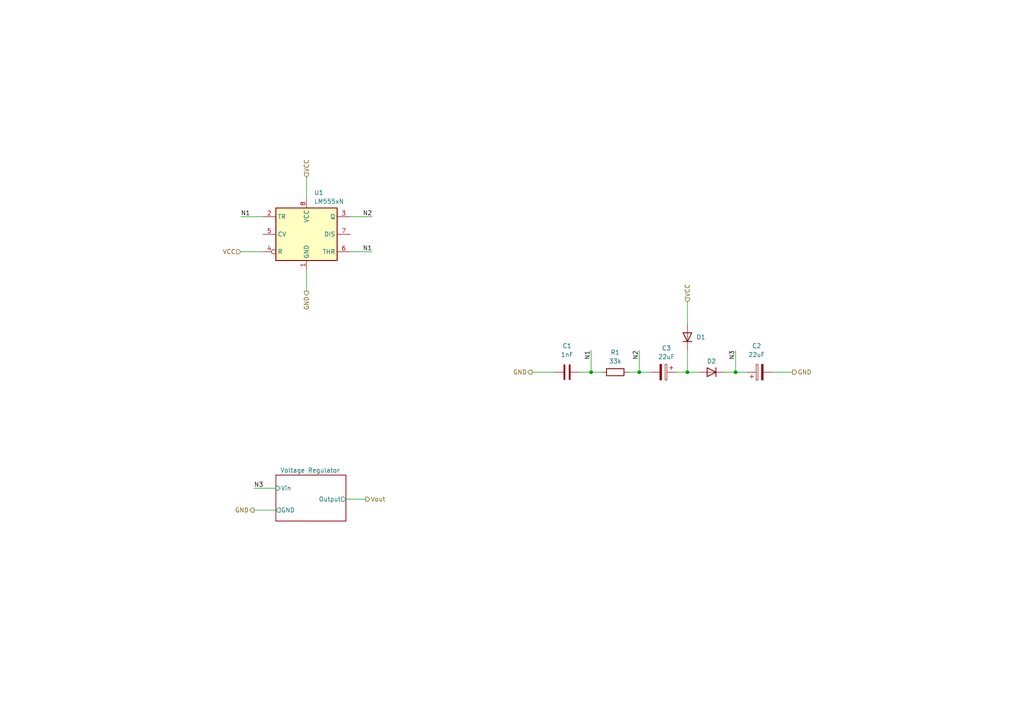
<source format=kicad_sch>
(kicad_sch (version 20230121) (generator eeschema)
  (paper "A4")
  (title_block (title "DC-DC Voltage Doubler") (date "2023-12-04") (rev "3") (company "LAMP Lab") (comment 1 "Josue Cavazos Jr."))
  (lib_symbols
    (symbol "Device:C" (pin_numbers hide) (pin_names (offset 0.254))
      (property "Reference" "C" (at 0.635 2.54 0))
      (property "Value" "C" (at 0.635 -2.54 0))
      (symbol "C_0_1"
        (polyline (pts (xy -2.032 -0.762) (xy 2.032 -0.762)) (stroke (width 0.508)))
        (polyline (pts (xy -2.032 0.762) (xy 2.032 0.762)) (stroke (width 0.508)))
      )
      (symbol "C_1_1"
        (pin passive line (at 0 3.81 270) (length 2.794) (name "~") (number "1"))
        (pin passive line (at 0 -3.81 90) (length 2.794) (name "~") (number "2"))
      )
    )
    (symbol "Device:C_Polarized" (pin_numbers hide) (pin_names (offset 0.254))
      (property "Reference" "C" (at 0.635 2.54 0))
      (property "Value" "C_Polarized" (at 0.635 -2.54 0))
      (symbol "C_Polarized_0_1"
        (rectangle (start -2.286 0.508) (end 2.286 1.016))
        (polyline (pts (xy -1.778 2.286) (xy -0.762 2.286)))
        (polyline (pts (xy -1.27 2.794) (xy -1.27 1.778)))
        (rectangle (start 2.286 -0.508) (end -2.286 -1.016) (fill (type outline)))
      )
      (symbol "C_Polarized_1_1"
        (pin passive line (at 0 3.81 270) (length 2.794) (name "~") (number "1"))
        (pin passive line (at 0 -3.81 90) (length 2.794) (name "~") (number "2"))
      )
    )
    (symbol "Device:R" (pin_numbers hide) (pin_names (offset 0))
      (property "Reference" "R" (at 2.032 0 90))
      (property "Value" "R" (at 0 0 90))
      (symbol "R_0_1"
        (rectangle (start -1.016 -2.54) (end 1.016 2.54) (stroke (width 0.254)))
      )
      (symbol "R_1_1"
        (pin passive line (at 0 3.81 270) (length 1.27) (name "~") (number "1"))
        (pin passive line (at 0 -3.81 90) (length 1.27) (name "~") (number "2"))
      )
    )
    (symbol "Diode:1N4001" (pin_numbers hide) (pin_names hide)
      (property "Reference" "D" (at 0 2.54 0))
      (property "Value" "1N4001" (at 0 -2.54 0))
      (symbol "1N4001_0_1"
        (polyline (pts (xy -1.27 1.27) (xy -1.27 -1.27)) (stroke (width 0.254)))
        (polyline (pts (xy 1.27 0) (xy -1.27 0)))
        (polyline (pts (xy 1.27 1.27) (xy 1.27 -1.27) (xy -1.27 0) (xy 1.27 1.27)) (stroke (width 0.254)))
      )
      (symbol "1N4001_1_1"
        (pin passive line (at -3.81 0 0) (length 2.54) (name "K") (number "1"))
        (pin passive line (at 3.81 0 180) (length 2.54) (name "A") (number "2"))
      )
    )
    (symbol "Timer:LM555xN"
      (property "Reference" "U" (at -10.16 8.89 0))
      (property "Value" "LM555xN" (at 2.54 8.89 0))
      (symbol "LM555xN_0_0"
        (pin power_in line (at 0 -10.16 90) (length 2.54) (name "GND") (number "1"))
        (pin power_in line (at 0 10.16 270) (length 2.54) (name "VCC") (number "8"))
      )
      (symbol "LM555xN_0_1"
        (rectangle (start -8.89 -7.62) (end 8.89 7.62) (stroke (width 0.254)) (fill (type background)))
        (rectangle (start -8.89 -7.62) (end 8.89 7.62) (stroke (width 0.254)) (fill (type background)))
      )
      (symbol "LM555xN_1_1"
        (pin input line (at -12.7 5.08 0) (length 3.81) (name "TR") (number "2"))
        (pin output line (at 12.7 5.08 180) (length 3.81) (name "Q") (number "3"))
        (pin input inverted (at -12.7 -5.08 0) (length 3.81) (name "R") (number "4"))
        (pin input line (at -12.7 0 0) (length 3.81) (name "CV") (number "5"))
        (pin input line (at 12.7 -5.08 180) (length 3.81) (name "THR") (number "6"))
        (pin input line (at 12.7 0 180) (length 3.81) (name "DIS") (number "7"))
      )
    )
  )
  (junction (at 185.42 107.95))
  (junction (at 171.45 107.95))
  (junction (at 199.39 107.95))
  (junction (at 213.36 107.95))
  (wire (pts (xy 69.85 73.025) (xy 76.2 73.025)))
  (wire (pts (xy 185.42 107.95) (xy 188.595 107.95)))
  (wire (pts (xy 182.245 107.95) (xy 185.42 107.95)))
  (wire (pts (xy 171.45 101.6) (xy 171.45 107.95)))
  (wire (pts (xy 73.66 141.605) (xy 80.01 141.605)))
  (wire (pts (xy 213.36 107.95) (xy 216.535 107.95)))
  (wire (pts (xy 73.66 147.955) (xy 80.01 147.955)))
  (wire (pts (xy 101.6 73.025) (xy 107.95 73.025)))
  (wire (pts (xy 100.33 144.78) (xy 106.045 144.78)))
  (wire (pts (xy 213.36 101.6) (xy 213.36 107.95)))
  (wire (pts (xy 171.45 107.95) (xy 174.625 107.95)))
  (wire (pts (xy 199.39 107.95) (xy 202.565 107.95)))
  (wire (pts (xy 88.9 51.435) (xy 88.9 57.785)))
  (wire (pts (xy 69.85 62.865) (xy 76.2 62.865)))
  (wire (pts (xy 88.9 78.105) (xy 88.9 84.455)))
  (wire (pts (xy 185.42 101.6) (xy 185.42 107.95)))
  (wire (pts (xy 199.39 87.63) (xy 199.39 93.98)))
  (wire (pts (xy 101.6 62.865) (xy 107.95 62.865)))
  (wire (pts (xy 168.275 107.95) (xy 171.45 107.95)))
  (wire (pts (xy 154.305 107.95) (xy 160.655 107.95)))
  (wire (pts (xy 210.185 107.95) (xy 213.36 107.95)))
  (wire (pts (xy 199.39 101.6) (xy 199.39 107.95)))
  (wire (pts (xy 224.155 107.95) (xy 229.87 107.95)))
  (wire (pts (xy 196.215 107.95) (xy 199.39 107.95)))
  (label "N1" (at 69.85 62.865 0))
  (label "N3" (at 213.36 101.6 270))
  (label "N3" (at 73.66 141.605 0))
  (label "N1" (at 171.45 101.6 270))
  (label "N2" (at 107.95 62.865 180))
  (label "N1" (at 107.95 73.025 180))
  (label "N2" (at 185.42 101.6 270))
  (hierarchical_label "GND" (shape output) (at 154.305 107.95 180))
  (hierarchical_label "GND" (shape output) (at 229.87 107.95 0))
  (hierarchical_label "Vout" (shape output) (at 106.045 144.78 0))
  (hierarchical_label "GND" (shape output) (at 73.66 147.955 180))
  (hierarchical_label "VCC" (shape input) (at 69.85 73.025 180))
  (hierarchical_label "VCC" (shape input) (at 199.39 87.63 90))
  (hierarchical_label "VCC" (shape input) (at 88.9 51.435 90))
  (hierarchical_label "GND" (shape output) (at 88.9 84.455 270))
  (symbol (lib_id "Device:C_Polarized") (at 220.345 107.95 90) (unit 1)
    (property "Reference" "C2" (at 219.456 100.33 90))
    (property "Value" "22uF" (at 219.456 102.87 90))
    (property "Footprint" "Capacitor_THT:CP_Radial_D5.0mm_P2.00mm" (effects hide))
  )
  (symbol (lib_id "Device:C") (at 164.465 107.95 270) (unit 1)
    (property "Reference" "C1" (at 164.465 100.33 90))
    (property "Value" "1nF" (at 164.465 102.87 90))
    (property "Footprint" "Capacitor_THT:C_Disc_D3.4mm_W2.1mm_P2.50mm" (effects hide))
  )
  (symbol (lib_id "Diode:1N4001") (at 206.375 107.95 180) (unit 1)
    (property "Reference" "D2" (at 206.375 104.775 0))
    (property "Value" "1N4001" (effects hide))
    (property "Footprint" "Diode_THT:D_DO-41_SOD81_P10.16mm_Horizontal" (effects hide))
    (property "Datasheet" "http://www.vishay.com/docs/88503/1n4001.pdf" (effects hide))
    (property "Sim.Device" "D" (effects hide))
    (property "Sim.Pins" "1=K 2=A" (effects hide))
  )
  (symbol (lib_id "Device:R") (at 178.435 107.95 90) (unit 1)
    (property "Reference" "R1" (at 178.435 102.235 90))
    (property "Value" "33k" (at 178.435 104.775 90))
    (property "Footprint" "Resistor_THT:R_Axial_DIN0207_L6.3mm_D2.5mm_P10.16mm_Horizontal" (effects hide))
  )
  (symbol (lib_id "Diode:1N4001") (at 199.39 97.79 90) (unit 1)
    (property "Reference" "D1" (at 201.93 97.79 90) (effects (justify right)))
    (property "Value" "1N4001" (effects hide))
    (property "Footprint" "Diode_THT:D_DO-41_SOD81_P10.16mm_Horizontal" (effects hide))
    (property "Datasheet" "http://www.vishay.com/docs/88503/1n4001.pdf" (effects hide))
    (property "Sim.Device" "D" (effects hide))
    (property "Sim.Pins" "1=K 2=A" (effects hide))
  )
  (symbol (lib_id "Device:C_Polarized") (at 192.405 107.95 270) (unit 1)
    (property "Reference" "C3" (at 193.294 100.965 90))
    (property "Value" "22uF" (at 193.294 103.505 90))
    (property "Footprint" "Capacitor_THT:CP_Radial_D5.0mm_P2.00mm" (effects hide))
  )
  (symbol (lib_id "Timer:LM555xN") (at 88.9 67.945 0) (unit 1)
    (property "Reference" "U1" (at 91.0941 55.88 0) (effects (justify left)))
    (property "Value" "LM555xN" (at 91.0941 58.42 0) (effects (justify left)))
    (property "Footprint" "Package_DIP:DIP-8_W7.62mm" (effects hide))
    (property "Datasheet" "http://www.ti.com/lit/ds/symlink/lm555.pdf" (effects hide))
  )
  (sheet (at 80.01 137.795) (size 20.32 13.335) (stroke (width 0.1524))
    (property "Sheetname" "Voltage Regulator" (at 81.28 137.16 0) (effects (justify left bottom)))
    (property "Sheetfile" "Voltage Regulator.kicad_sch" (effects hide))
    (pin "Vin" input (at 80.01 141.605 180))
    (pin "Output" output (at 100.33 144.78 0))
    (pin "GND" output (at 80.01 147.955 180))
  )
)
</source>
